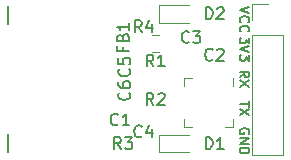
<source format=gbr>
G04 #@! TF.GenerationSoftware,KiCad,Pcbnew,5.0.1*
G04 #@! TF.CreationDate,2019-03-26T00:16:52+01:00*
G04 #@! TF.ProjectId,darling,6461726C696E672E6B696361645F7063,rev?*
G04 #@! TF.SameCoordinates,Original*
G04 #@! TF.FileFunction,Legend,Top*
G04 #@! TF.FilePolarity,Positive*
%FSLAX46Y46*%
G04 Gerber Fmt 4.6, Leading zero omitted, Abs format (unit mm)*
G04 Created by KiCad (PCBNEW 5.0.1) date Tue 26 Mar 2019 12:16:52 AM CET*
%MOMM*%
%LPD*%
G01*
G04 APERTURE LIST*
%ADD10C,0.200000*%
%ADD11C,0.120000*%
%ADD12C,0.150000*%
G04 APERTURE END LIST*
D10*
X137438095Y-117433333D02*
X136638095Y-117700000D01*
X137438095Y-117966666D01*
X136714285Y-118690476D02*
X136676190Y-118652380D01*
X136638095Y-118538095D01*
X136638095Y-118461904D01*
X136676190Y-118347619D01*
X136752380Y-118271428D01*
X136828571Y-118233333D01*
X136980952Y-118195238D01*
X137095238Y-118195238D01*
X137247619Y-118233333D01*
X137323809Y-118271428D01*
X137400000Y-118347619D01*
X137438095Y-118461904D01*
X137438095Y-118538095D01*
X137400000Y-118652380D01*
X137361904Y-118690476D01*
X136714285Y-119490476D02*
X136676190Y-119452380D01*
X136638095Y-119338095D01*
X136638095Y-119261904D01*
X136676190Y-119147619D01*
X136752380Y-119071428D01*
X136828571Y-119033333D01*
X136980952Y-118995238D01*
X137095238Y-118995238D01*
X137247619Y-119033333D01*
X137323809Y-119071428D01*
X137400000Y-119147619D01*
X137438095Y-119261904D01*
X137438095Y-119338095D01*
X137400000Y-119452380D01*
X137361904Y-119490476D01*
X137438095Y-120009523D02*
X137438095Y-120504761D01*
X137133333Y-120238095D01*
X137133333Y-120352380D01*
X137095238Y-120428571D01*
X137057142Y-120466666D01*
X136980952Y-120504761D01*
X136790476Y-120504761D01*
X136714285Y-120466666D01*
X136676190Y-120428571D01*
X136638095Y-120352380D01*
X136638095Y-120123809D01*
X136676190Y-120047619D01*
X136714285Y-120009523D01*
X137438095Y-120733333D02*
X136638095Y-121000000D01*
X137438095Y-121266666D01*
X137438095Y-121457142D02*
X137438095Y-121952380D01*
X137133333Y-121685714D01*
X137133333Y-121800000D01*
X137095238Y-121876190D01*
X137057142Y-121914285D01*
X136980952Y-121952380D01*
X136790476Y-121952380D01*
X136714285Y-121914285D01*
X136676190Y-121876190D01*
X136638095Y-121800000D01*
X136638095Y-121571428D01*
X136676190Y-121495238D01*
X136714285Y-121457142D01*
X136638095Y-123366666D02*
X137019047Y-123100000D01*
X136638095Y-122909523D02*
X137438095Y-122909523D01*
X137438095Y-123214285D01*
X137400000Y-123290476D01*
X137361904Y-123328571D01*
X137285714Y-123366666D01*
X137171428Y-123366666D01*
X137095238Y-123328571D01*
X137057142Y-123290476D01*
X137019047Y-123214285D01*
X137019047Y-122909523D01*
X137438095Y-123633333D02*
X136638095Y-124166666D01*
X137438095Y-124166666D02*
X136638095Y-123633333D01*
X137438095Y-125390476D02*
X137438095Y-125847619D01*
X136638095Y-125619047D02*
X137438095Y-125619047D01*
X137438095Y-126038095D02*
X136638095Y-126571428D01*
X137438095Y-126571428D02*
X136638095Y-126038095D01*
X137400000Y-128140476D02*
X137438095Y-128064285D01*
X137438095Y-127950000D01*
X137400000Y-127835714D01*
X137323809Y-127759523D01*
X137247619Y-127721428D01*
X137095238Y-127683333D01*
X136980952Y-127683333D01*
X136828571Y-127721428D01*
X136752380Y-127759523D01*
X136676190Y-127835714D01*
X136638095Y-127950000D01*
X136638095Y-128026190D01*
X136676190Y-128140476D01*
X136714285Y-128178571D01*
X136980952Y-128178571D01*
X136980952Y-128026190D01*
X136638095Y-128521428D02*
X137438095Y-128521428D01*
X136638095Y-128978571D01*
X137438095Y-128978571D01*
X136638095Y-129359523D02*
X137438095Y-129359523D01*
X137438095Y-129550000D01*
X137400000Y-129664285D01*
X137323809Y-129740476D01*
X137247619Y-129778571D01*
X137095238Y-129816666D01*
X136980952Y-129816666D01*
X136828571Y-129778571D01*
X136752380Y-129740476D01*
X136676190Y-129664285D01*
X136638095Y-129550000D01*
X136638095Y-129359523D01*
D11*
G04 #@! TO.C,D1*
X132300000Y-128265000D02*
X129840000Y-128265000D01*
X129840000Y-128265000D02*
X129840000Y-129735000D01*
X129840000Y-129735000D02*
X132300000Y-129735000D01*
G04 #@! TO.C,D2*
X129840000Y-118735000D02*
X132300000Y-118735000D01*
X129840000Y-117265000D02*
X129840000Y-118735000D01*
X132300000Y-117265000D02*
X129840000Y-117265000D01*
G04 #@! TO.C,FB1*
X129761252Y-121210000D02*
X129238748Y-121210000D01*
X129761252Y-119790000D02*
X129238748Y-119790000D01*
D12*
G04 #@! TO.C,J1*
X117000000Y-128170000D02*
X117000000Y-129670000D01*
X117000000Y-118830000D02*
X117000000Y-117330000D01*
D11*
G04 #@! TO.C,J2*
X137670000Y-129990000D02*
X140330000Y-129990000D01*
X137670000Y-119770000D02*
X137670000Y-129990000D01*
X140330000Y-119770000D02*
X140330000Y-129990000D01*
X137670000Y-119770000D02*
X140330000Y-119770000D01*
X137670000Y-118500000D02*
X137670000Y-117170000D01*
X137670000Y-117170000D02*
X139000000Y-117170000D01*
G04 #@! TO.C,U1*
X136060000Y-127560000D02*
X135410000Y-127560000D01*
X131940000Y-123440000D02*
X132590000Y-123440000D01*
X131940000Y-127560000D02*
X132590000Y-127560000D01*
X131940000Y-123440000D02*
X131940000Y-124090000D01*
X131940000Y-127560000D02*
X131940000Y-126910000D01*
X136060000Y-127560000D02*
X136060000Y-126910000D01*
X136060000Y-123440000D02*
X136060000Y-124090000D01*
G04 #@! TO.C,C1*
D12*
X126333333Y-127357142D02*
X126285714Y-127404761D01*
X126142857Y-127452380D01*
X126047619Y-127452380D01*
X125904761Y-127404761D01*
X125809523Y-127309523D01*
X125761904Y-127214285D01*
X125714285Y-127023809D01*
X125714285Y-126880952D01*
X125761904Y-126690476D01*
X125809523Y-126595238D01*
X125904761Y-126500000D01*
X126047619Y-126452380D01*
X126142857Y-126452380D01*
X126285714Y-126500000D01*
X126333333Y-126547619D01*
X127285714Y-127452380D02*
X126714285Y-127452380D01*
X127000000Y-127452380D02*
X127000000Y-126452380D01*
X126904761Y-126595238D01*
X126809523Y-126690476D01*
X126714285Y-126738095D01*
G04 #@! TO.C,C2*
X134333333Y-121857142D02*
X134285714Y-121904761D01*
X134142857Y-121952380D01*
X134047619Y-121952380D01*
X133904761Y-121904761D01*
X133809523Y-121809523D01*
X133761904Y-121714285D01*
X133714285Y-121523809D01*
X133714285Y-121380952D01*
X133761904Y-121190476D01*
X133809523Y-121095238D01*
X133904761Y-121000000D01*
X134047619Y-120952380D01*
X134142857Y-120952380D01*
X134285714Y-121000000D01*
X134333333Y-121047619D01*
X134714285Y-121047619D02*
X134761904Y-121000000D01*
X134857142Y-120952380D01*
X135095238Y-120952380D01*
X135190476Y-121000000D01*
X135238095Y-121047619D01*
X135285714Y-121142857D01*
X135285714Y-121238095D01*
X135238095Y-121380952D01*
X134666666Y-121952380D01*
X135285714Y-121952380D01*
G04 #@! TO.C,C3*
X132333333Y-120357142D02*
X132285714Y-120404761D01*
X132142857Y-120452380D01*
X132047619Y-120452380D01*
X131904761Y-120404761D01*
X131809523Y-120309523D01*
X131761904Y-120214285D01*
X131714285Y-120023809D01*
X131714285Y-119880952D01*
X131761904Y-119690476D01*
X131809523Y-119595238D01*
X131904761Y-119500000D01*
X132047619Y-119452380D01*
X132142857Y-119452380D01*
X132285714Y-119500000D01*
X132333333Y-119547619D01*
X132666666Y-119452380D02*
X133285714Y-119452380D01*
X132952380Y-119833333D01*
X133095238Y-119833333D01*
X133190476Y-119880952D01*
X133238095Y-119928571D01*
X133285714Y-120023809D01*
X133285714Y-120261904D01*
X133238095Y-120357142D01*
X133190476Y-120404761D01*
X133095238Y-120452380D01*
X132809523Y-120452380D01*
X132714285Y-120404761D01*
X132666666Y-120357142D01*
G04 #@! TO.C,C4*
X128333333Y-128357142D02*
X128285714Y-128404761D01*
X128142857Y-128452380D01*
X128047619Y-128452380D01*
X127904761Y-128404761D01*
X127809523Y-128309523D01*
X127761904Y-128214285D01*
X127714285Y-128023809D01*
X127714285Y-127880952D01*
X127761904Y-127690476D01*
X127809523Y-127595238D01*
X127904761Y-127500000D01*
X128047619Y-127452380D01*
X128142857Y-127452380D01*
X128285714Y-127500000D01*
X128333333Y-127547619D01*
X129190476Y-127785714D02*
X129190476Y-128452380D01*
X128952380Y-127404761D02*
X128714285Y-128119047D01*
X129333333Y-128119047D01*
G04 #@! TO.C,C5*
X127257142Y-122666666D02*
X127304761Y-122714285D01*
X127352380Y-122857142D01*
X127352380Y-122952380D01*
X127304761Y-123095238D01*
X127209523Y-123190476D01*
X127114285Y-123238095D01*
X126923809Y-123285714D01*
X126780952Y-123285714D01*
X126590476Y-123238095D01*
X126495238Y-123190476D01*
X126400000Y-123095238D01*
X126352380Y-122952380D01*
X126352380Y-122857142D01*
X126400000Y-122714285D01*
X126447619Y-122666666D01*
X126352380Y-121761904D02*
X126352380Y-122238095D01*
X126828571Y-122285714D01*
X126780952Y-122238095D01*
X126733333Y-122142857D01*
X126733333Y-121904761D01*
X126780952Y-121809523D01*
X126828571Y-121761904D01*
X126923809Y-121714285D01*
X127161904Y-121714285D01*
X127257142Y-121761904D01*
X127304761Y-121809523D01*
X127352380Y-121904761D01*
X127352380Y-122142857D01*
X127304761Y-122238095D01*
X127257142Y-122285714D01*
G04 #@! TO.C,C6*
X127257142Y-124666666D02*
X127304761Y-124714285D01*
X127352380Y-124857142D01*
X127352380Y-124952380D01*
X127304761Y-125095238D01*
X127209523Y-125190476D01*
X127114285Y-125238095D01*
X126923809Y-125285714D01*
X126780952Y-125285714D01*
X126590476Y-125238095D01*
X126495238Y-125190476D01*
X126400000Y-125095238D01*
X126352380Y-124952380D01*
X126352380Y-124857142D01*
X126400000Y-124714285D01*
X126447619Y-124666666D01*
X126352380Y-123809523D02*
X126352380Y-124000000D01*
X126400000Y-124095238D01*
X126447619Y-124142857D01*
X126590476Y-124238095D01*
X126780952Y-124285714D01*
X127161904Y-124285714D01*
X127257142Y-124238095D01*
X127304761Y-124190476D01*
X127352380Y-124095238D01*
X127352380Y-123904761D01*
X127304761Y-123809523D01*
X127257142Y-123761904D01*
X127161904Y-123714285D01*
X126923809Y-123714285D01*
X126828571Y-123761904D01*
X126780952Y-123809523D01*
X126733333Y-123904761D01*
X126733333Y-124095238D01*
X126780952Y-124190476D01*
X126828571Y-124238095D01*
X126923809Y-124285714D01*
G04 #@! TO.C,D1*
X133761904Y-129452380D02*
X133761904Y-128452380D01*
X134000000Y-128452380D01*
X134142857Y-128500000D01*
X134238095Y-128595238D01*
X134285714Y-128690476D01*
X134333333Y-128880952D01*
X134333333Y-129023809D01*
X134285714Y-129214285D01*
X134238095Y-129309523D01*
X134142857Y-129404761D01*
X134000000Y-129452380D01*
X133761904Y-129452380D01*
X135285714Y-129452380D02*
X134714285Y-129452380D01*
X135000000Y-129452380D02*
X135000000Y-128452380D01*
X134904761Y-128595238D01*
X134809523Y-128690476D01*
X134714285Y-128738095D01*
G04 #@! TO.C,D2*
X133761904Y-118452380D02*
X133761904Y-117452380D01*
X134000000Y-117452380D01*
X134142857Y-117500000D01*
X134238095Y-117595238D01*
X134285714Y-117690476D01*
X134333333Y-117880952D01*
X134333333Y-118023809D01*
X134285714Y-118214285D01*
X134238095Y-118309523D01*
X134142857Y-118404761D01*
X134000000Y-118452380D01*
X133761904Y-118452380D01*
X134714285Y-117547619D02*
X134761904Y-117500000D01*
X134857142Y-117452380D01*
X135095238Y-117452380D01*
X135190476Y-117500000D01*
X135238095Y-117547619D01*
X135285714Y-117642857D01*
X135285714Y-117738095D01*
X135238095Y-117880952D01*
X134666666Y-118452380D01*
X135285714Y-118452380D01*
G04 #@! TO.C,FB1*
X126728571Y-120833333D02*
X126728571Y-121166666D01*
X127252380Y-121166666D02*
X126252380Y-121166666D01*
X126252380Y-120690476D01*
X126728571Y-119976190D02*
X126776190Y-119833333D01*
X126823809Y-119785714D01*
X126919047Y-119738095D01*
X127061904Y-119738095D01*
X127157142Y-119785714D01*
X127204761Y-119833333D01*
X127252380Y-119928571D01*
X127252380Y-120309523D01*
X126252380Y-120309523D01*
X126252380Y-119976190D01*
X126300000Y-119880952D01*
X126347619Y-119833333D01*
X126442857Y-119785714D01*
X126538095Y-119785714D01*
X126633333Y-119833333D01*
X126680952Y-119880952D01*
X126728571Y-119976190D01*
X126728571Y-120309523D01*
X127252380Y-118785714D02*
X127252380Y-119357142D01*
X127252380Y-119071428D02*
X126252380Y-119071428D01*
X126395238Y-119166666D01*
X126490476Y-119261904D01*
X126538095Y-119357142D01*
G04 #@! TO.C,R1*
X129333333Y-122452380D02*
X129000000Y-121976190D01*
X128761904Y-122452380D02*
X128761904Y-121452380D01*
X129142857Y-121452380D01*
X129238095Y-121500000D01*
X129285714Y-121547619D01*
X129333333Y-121642857D01*
X129333333Y-121785714D01*
X129285714Y-121880952D01*
X129238095Y-121928571D01*
X129142857Y-121976190D01*
X128761904Y-121976190D01*
X130285714Y-122452380D02*
X129714285Y-122452380D01*
X130000000Y-122452380D02*
X130000000Y-121452380D01*
X129904761Y-121595238D01*
X129809523Y-121690476D01*
X129714285Y-121738095D01*
G04 #@! TO.C,R2*
X129333333Y-125702380D02*
X129000000Y-125226190D01*
X128761904Y-125702380D02*
X128761904Y-124702380D01*
X129142857Y-124702380D01*
X129238095Y-124750000D01*
X129285714Y-124797619D01*
X129333333Y-124892857D01*
X129333333Y-125035714D01*
X129285714Y-125130952D01*
X129238095Y-125178571D01*
X129142857Y-125226190D01*
X128761904Y-125226190D01*
X129714285Y-124797619D02*
X129761904Y-124750000D01*
X129857142Y-124702380D01*
X130095238Y-124702380D01*
X130190476Y-124750000D01*
X130238095Y-124797619D01*
X130285714Y-124892857D01*
X130285714Y-124988095D01*
X130238095Y-125130952D01*
X129666666Y-125702380D01*
X130285714Y-125702380D01*
G04 #@! TO.C,R3*
X126583333Y-129452380D02*
X126250000Y-128976190D01*
X126011904Y-129452380D02*
X126011904Y-128452380D01*
X126392857Y-128452380D01*
X126488095Y-128500000D01*
X126535714Y-128547619D01*
X126583333Y-128642857D01*
X126583333Y-128785714D01*
X126535714Y-128880952D01*
X126488095Y-128928571D01*
X126392857Y-128976190D01*
X126011904Y-128976190D01*
X126916666Y-128452380D02*
X127535714Y-128452380D01*
X127202380Y-128833333D01*
X127345238Y-128833333D01*
X127440476Y-128880952D01*
X127488095Y-128928571D01*
X127535714Y-129023809D01*
X127535714Y-129261904D01*
X127488095Y-129357142D01*
X127440476Y-129404761D01*
X127345238Y-129452380D01*
X127059523Y-129452380D01*
X126964285Y-129404761D01*
X126916666Y-129357142D01*
G04 #@! TO.C,R4*
X128333333Y-119552380D02*
X128000000Y-119076190D01*
X127761904Y-119552380D02*
X127761904Y-118552380D01*
X128142857Y-118552380D01*
X128238095Y-118600000D01*
X128285714Y-118647619D01*
X128333333Y-118742857D01*
X128333333Y-118885714D01*
X128285714Y-118980952D01*
X128238095Y-119028571D01*
X128142857Y-119076190D01*
X127761904Y-119076190D01*
X129190476Y-118885714D02*
X129190476Y-119552380D01*
X128952380Y-118504761D02*
X128714285Y-119219047D01*
X129333333Y-119219047D01*
G04 #@! TD*
M02*

</source>
